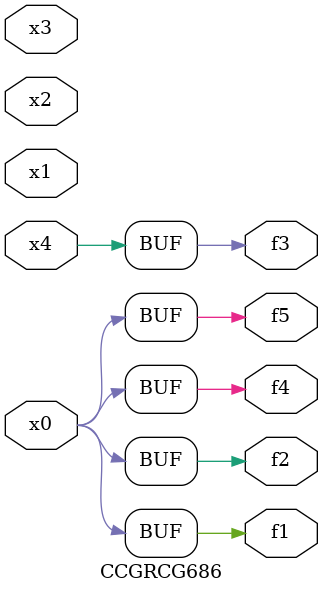
<source format=v>
module CCGRCG686(
	input x0, x1, x2, x3, x4,
	output f1, f2, f3, f4, f5
);
	assign f1 = x0;
	assign f2 = x0;
	assign f3 = x4;
	assign f4 = x0;
	assign f5 = x0;
endmodule

</source>
